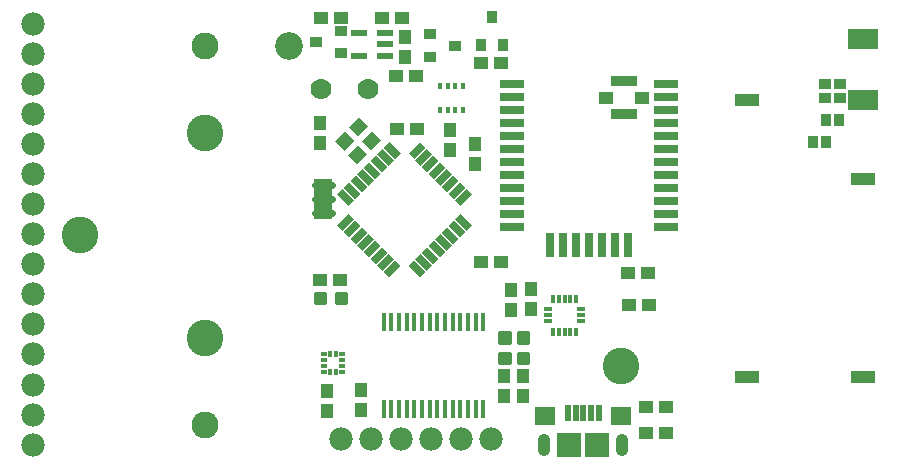
<source format=gbr>
G04 EAGLE Gerber RS-274X export*
G75*
%MOMM*%
%FSLAX34Y34*%
%LPD*%
%INSoldermask Top*%
%IPPOS*%
%AMOC8*
5,1,8,0,0,1.08239X$1,22.5*%
G01*
%ADD10C,3.101600*%
%ADD11R,1.201600X1.101600*%
%ADD12C,0.396575*%
%ADD13C,1.981200*%
%ADD14R,1.101600X1.201600*%
%ADD15R,1.371600X0.660400*%
%ADD16R,0.660400X1.371600*%
%ADD17R,0.381600X0.801600*%
%ADD18R,0.801600X0.381600*%
%ADD19C,0.551600*%
%ADD20R,1.534156X3.495038*%
%ADD21R,2.101600X0.801600*%
%ADD22R,0.801600X2.101600*%
%ADD23R,0.951600X1.001600*%
%ADD24C,1.778000*%
%ADD25R,0.901600X1.101600*%
%ADD26R,2.051600X1.101600*%
%ADD27R,2.601600X1.701600*%
%ADD28R,1.001600X0.951600*%
%ADD29C,2.286000*%
%ADD30C,2.351600*%
%ADD31R,1.001600X0.901600*%
%ADD32R,0.451600X0.601600*%
%ADD33R,0.503359X0.398172*%
%ADD34R,0.502141X0.399894*%
%ADD35R,0.503941X0.401753*%
%ADD36R,0.498294X0.401506*%
%ADD37R,0.499547X0.399956*%
%ADD38R,0.499688X0.399663*%
%ADD39R,0.499006X0.401856*%
%ADD40R,0.501259X0.401178*%
%ADD41R,0.398863X0.500000*%
%ADD42R,0.398397X0.501431*%
%ADD43R,0.400600X0.500313*%
%ADD44R,0.401872X0.500000*%
%ADD45R,0.449600X1.498600*%
%ADD46R,0.501600X1.451600*%
%ADD47R,1.701600X1.501600*%
%ADD48R,2.001600X2.001600*%
%ADD49C,0.601600*%
%ADD50C,1.001600*%
%ADD51R,1.320800X0.609600*%
%ADD52R,2.301600X0.951600*%
%ADD53R,1.151600X1.101600*%


D10*
X517800Y81300D03*
X60000Y192500D03*
D11*
G36*
X291633Y272543D02*
X283137Y264047D01*
X275347Y271837D01*
X283843Y280333D01*
X291633Y272543D01*
G37*
G36*
X303653Y284563D02*
X295157Y276067D01*
X287367Y283857D01*
X295863Y292353D01*
X303653Y284563D01*
G37*
X415900Y169700D03*
X398900Y169700D03*
X264000Y376300D03*
X281000Y376300D03*
D12*
X277045Y143025D02*
X277045Y135975D01*
X277045Y143025D02*
X284095Y143025D01*
X284095Y135975D01*
X277045Y135975D01*
X277045Y139743D02*
X284095Y139743D01*
X259505Y143025D02*
X259505Y135975D01*
X259505Y143025D02*
X266555Y143025D01*
X266555Y135975D01*
X259505Y135975D01*
X259505Y139743D02*
X266555Y139743D01*
D13*
X281000Y20000D03*
X306400Y20000D03*
X331800Y20000D03*
X357200Y20000D03*
X382600Y20000D03*
X408000Y20000D03*
X20200Y91500D03*
X20200Y116900D03*
X20200Y142300D03*
X20200Y167700D03*
X20200Y193100D03*
X20200Y218500D03*
X20200Y243900D03*
X20200Y269300D03*
X20200Y294700D03*
X20200Y320100D03*
X20200Y345500D03*
X20200Y370900D03*
D11*
X263100Y154400D03*
X280100Y154400D03*
D14*
X263100Y287400D03*
X263100Y270400D03*
D15*
G36*
X326460Y256968D02*
X316762Y266666D01*
X321432Y271336D01*
X331130Y261638D01*
X326460Y256968D01*
G37*
G36*
X320803Y251311D02*
X311105Y261009D01*
X315775Y265679D01*
X325473Y255981D01*
X320803Y251311D01*
G37*
G36*
X315146Y245655D02*
X305448Y255353D01*
X310118Y260023D01*
X319816Y250325D01*
X315146Y245655D01*
G37*
G36*
X309489Y239998D02*
X299791Y249696D01*
X304461Y254366D01*
X314159Y244668D01*
X309489Y239998D01*
G37*
G36*
X303832Y234341D02*
X294134Y244039D01*
X298804Y248709D01*
X308502Y239011D01*
X303832Y234341D01*
G37*
G36*
X298175Y228684D02*
X288477Y238382D01*
X293147Y243052D01*
X302845Y233354D01*
X298175Y228684D01*
G37*
G36*
X292519Y223027D02*
X282821Y232725D01*
X287491Y237395D01*
X297189Y227697D01*
X292519Y223027D01*
G37*
G36*
X286862Y217370D02*
X277164Y227068D01*
X281834Y231738D01*
X291532Y222040D01*
X286862Y217370D01*
G37*
D16*
G36*
X281834Y196262D02*
X277164Y200932D01*
X286862Y210630D01*
X291532Y205960D01*
X281834Y196262D01*
G37*
G36*
X287491Y190605D02*
X282821Y195275D01*
X292519Y204973D01*
X297189Y200303D01*
X287491Y190605D01*
G37*
G36*
X293147Y184948D02*
X288477Y189618D01*
X298175Y199316D01*
X302845Y194646D01*
X293147Y184948D01*
G37*
G36*
X298804Y179291D02*
X294134Y183961D01*
X303832Y193659D01*
X308502Y188989D01*
X298804Y179291D01*
G37*
G36*
X304461Y173634D02*
X299791Y178304D01*
X309489Y188002D01*
X314159Y183332D01*
X304461Y173634D01*
G37*
G36*
X310118Y167977D02*
X305448Y172647D01*
X315146Y182345D01*
X319816Y177675D01*
X310118Y167977D01*
G37*
G36*
X315775Y162321D02*
X311105Y166991D01*
X320803Y176689D01*
X325473Y172019D01*
X315775Y162321D01*
G37*
G36*
X321432Y156664D02*
X316762Y161334D01*
X326460Y171032D01*
X331130Y166362D01*
X321432Y156664D01*
G37*
D15*
G36*
X347568Y156664D02*
X337870Y166362D01*
X342540Y171032D01*
X352238Y161334D01*
X347568Y156664D01*
G37*
G36*
X353225Y162321D02*
X343527Y172019D01*
X348197Y176689D01*
X357895Y166991D01*
X353225Y162321D01*
G37*
G36*
X358882Y167977D02*
X349184Y177675D01*
X353854Y182345D01*
X363552Y172647D01*
X358882Y167977D01*
G37*
G36*
X364539Y173634D02*
X354841Y183332D01*
X359511Y188002D01*
X369209Y178304D01*
X364539Y173634D01*
G37*
G36*
X370196Y179291D02*
X360498Y188989D01*
X365168Y193659D01*
X374866Y183961D01*
X370196Y179291D01*
G37*
G36*
X375853Y184948D02*
X366155Y194646D01*
X370825Y199316D01*
X380523Y189618D01*
X375853Y184948D01*
G37*
G36*
X381509Y190605D02*
X371811Y200303D01*
X376481Y204973D01*
X386179Y195275D01*
X381509Y190605D01*
G37*
G36*
X387166Y196262D02*
X377468Y205960D01*
X382138Y210630D01*
X391836Y200932D01*
X387166Y196262D01*
G37*
D16*
G36*
X382138Y217370D02*
X377468Y222040D01*
X387166Y231738D01*
X391836Y227068D01*
X382138Y217370D01*
G37*
G36*
X376481Y223027D02*
X371811Y227697D01*
X381509Y237395D01*
X386179Y232725D01*
X376481Y223027D01*
G37*
G36*
X370825Y228684D02*
X366155Y233354D01*
X375853Y243052D01*
X380523Y238382D01*
X370825Y228684D01*
G37*
G36*
X365168Y234341D02*
X360498Y239011D01*
X370196Y248709D01*
X374866Y244039D01*
X365168Y234341D01*
G37*
G36*
X359511Y239998D02*
X354841Y244668D01*
X364539Y254366D01*
X369209Y249696D01*
X359511Y239998D01*
G37*
G36*
X353854Y245655D02*
X349184Y250325D01*
X358882Y260023D01*
X363552Y255353D01*
X353854Y245655D01*
G37*
G36*
X348197Y251311D02*
X343527Y255981D01*
X353225Y265679D01*
X357895Y261009D01*
X348197Y251311D01*
G37*
G36*
X342540Y256968D02*
X337870Y261638D01*
X347568Y271336D01*
X352238Y266666D01*
X342540Y256968D01*
G37*
D17*
X459900Y110600D03*
X464900Y110600D03*
X469900Y110600D03*
X474900Y110600D03*
X479900Y110600D03*
D18*
X483900Y119600D03*
X483900Y124600D03*
X483900Y129600D03*
D17*
X479900Y138600D03*
X474900Y138600D03*
X469900Y138600D03*
X464900Y138600D03*
X459900Y138600D03*
D18*
X455900Y129600D03*
X455900Y124600D03*
X455900Y119600D03*
D19*
X273075Y234900D02*
X258525Y234900D01*
X258525Y222900D02*
X273075Y222900D01*
X273075Y210900D02*
X258525Y210900D01*
D20*
X265775Y222925D03*
D21*
X425500Y320300D03*
X425500Y309300D03*
X425500Y298300D03*
X425500Y287300D03*
X425500Y276300D03*
X425500Y265300D03*
X425500Y254300D03*
X425500Y243300D03*
X425500Y232300D03*
X425500Y221300D03*
X425500Y210300D03*
X425500Y199300D03*
D22*
X457500Y184300D03*
X468500Y184300D03*
X479500Y184300D03*
X490500Y184300D03*
X501500Y184300D03*
X512500Y184300D03*
X523500Y184300D03*
D21*
X555500Y199300D03*
X555500Y210300D03*
X555500Y221300D03*
X555500Y232300D03*
X555500Y243300D03*
X555500Y254300D03*
X555500Y265300D03*
X555500Y276300D03*
X555500Y287300D03*
X555500Y298300D03*
X555500Y309300D03*
X555500Y320300D03*
D14*
X441900Y129600D03*
X441900Y146600D03*
X297300Y61700D03*
X297300Y44700D03*
D23*
X702600Y290300D03*
X691000Y290300D03*
X691600Y271300D03*
X680000Y271300D03*
D13*
X20000Y15000D03*
X20000Y40400D03*
X20000Y65800D03*
D24*
X303800Y316300D03*
X263800Y316300D03*
D25*
X399100Y353200D03*
X418100Y353200D03*
X408600Y377200D03*
D11*
X416500Y338600D03*
X399500Y338600D03*
X328300Y282300D03*
X345300Y282300D03*
X524300Y133300D03*
X541300Y133300D03*
X523500Y160300D03*
X540500Y160300D03*
D26*
X722800Y240300D03*
X722800Y72300D03*
X624800Y72300D03*
X624800Y307300D03*
D27*
X722800Y358300D03*
X722800Y307300D03*
D11*
G36*
X298567Y272457D02*
X307063Y280953D01*
X314853Y273163D01*
X306357Y264667D01*
X298567Y272457D01*
G37*
G36*
X286547Y260437D02*
X295043Y268933D01*
X302833Y261143D01*
X294337Y252647D01*
X286547Y260437D01*
G37*
X344300Y327300D03*
X327300Y327300D03*
D28*
X690800Y308500D03*
X690800Y320100D03*
X702800Y308500D03*
X702800Y320100D03*
D29*
X165800Y31650D03*
X165800Y352950D03*
D10*
X165800Y105700D03*
X165800Y278900D03*
D30*
X236900Y352950D03*
D31*
X280700Y346300D03*
X280700Y365300D03*
X259700Y355800D03*
D14*
X393800Y252800D03*
X393800Y269800D03*
X372800Y264800D03*
X372800Y281800D03*
D32*
X383950Y298450D03*
X377450Y298450D03*
X370950Y298450D03*
X364450Y298450D03*
X364450Y318950D03*
X370950Y318950D03*
X377450Y318950D03*
X383950Y318950D03*
D33*
X266183Y91809D03*
D34*
X266189Y86801D03*
D35*
X266180Y81791D03*
D36*
X281409Y81792D03*
D37*
X281402Y86800D03*
D38*
X281402Y91802D03*
D39*
X281405Y76791D03*
D40*
X266194Y76794D03*
D41*
X276300Y91906D03*
D42*
X271293Y91908D03*
D43*
X271298Y76697D03*
D44*
X276300Y76691D03*
D14*
X268800Y43800D03*
X268800Y60800D03*
D45*
X316750Y118560D03*
X323250Y118560D03*
X329750Y118560D03*
X336250Y118560D03*
X342750Y118560D03*
X349250Y118560D03*
X355750Y118560D03*
X368750Y118560D03*
X362250Y118560D03*
X375250Y118560D03*
X381750Y118560D03*
X388250Y118560D03*
X394750Y118560D03*
X401250Y118560D03*
X316750Y45440D03*
X323250Y45440D03*
X329750Y45440D03*
X336250Y45440D03*
X342750Y45440D03*
X349250Y45440D03*
X355750Y45440D03*
X362250Y45440D03*
X368750Y45440D03*
X375250Y45440D03*
X381750Y45440D03*
X388250Y45440D03*
X394750Y45440D03*
X401250Y45440D03*
D46*
X472800Y41550D03*
X479300Y41550D03*
X485800Y41550D03*
X492300Y41550D03*
X498800Y41550D03*
D47*
X453800Y39300D03*
X517800Y39300D03*
D48*
X473800Y14800D03*
X497800Y14800D03*
D49*
X452800Y14800D03*
X518800Y14800D03*
D50*
X452800Y10300D02*
X452800Y19300D01*
X518800Y19300D02*
X518800Y10300D01*
D12*
X422525Y102245D02*
X415475Y102245D01*
X415475Y109295D01*
X422525Y109295D01*
X422525Y102245D01*
X422525Y106013D02*
X415475Y106013D01*
X415475Y84705D02*
X422525Y84705D01*
X415475Y84705D02*
X415475Y91755D01*
X422525Y91755D01*
X422525Y84705D01*
X422525Y88473D02*
X415475Y88473D01*
X431475Y102245D02*
X438525Y102245D01*
X431475Y102245D02*
X431475Y109295D01*
X438525Y109295D01*
X438525Y102245D01*
X438525Y106013D02*
X431475Y106013D01*
X431475Y84705D02*
X438525Y84705D01*
X431475Y84705D02*
X431475Y91755D01*
X438525Y91755D01*
X438525Y84705D01*
X438525Y88473D02*
X431475Y88473D01*
D14*
X419000Y73500D03*
X419000Y56500D03*
X435000Y73500D03*
X435000Y56500D03*
D11*
X555500Y47000D03*
X538500Y47000D03*
X555500Y25000D03*
X538500Y25000D03*
D14*
X425000Y146400D03*
X425000Y129400D03*
D51*
X318176Y344500D03*
X318176Y354000D03*
X318176Y363500D03*
X295824Y363500D03*
X295824Y344500D03*
D14*
X335000Y343500D03*
X335000Y360500D03*
D11*
X332500Y376000D03*
X315500Y376000D03*
D31*
X356000Y362500D03*
X356000Y343500D03*
X377000Y353000D03*
D52*
X520000Y322750D03*
X520000Y295250D03*
D53*
X535250Y309000D03*
X504750Y309000D03*
M02*

</source>
